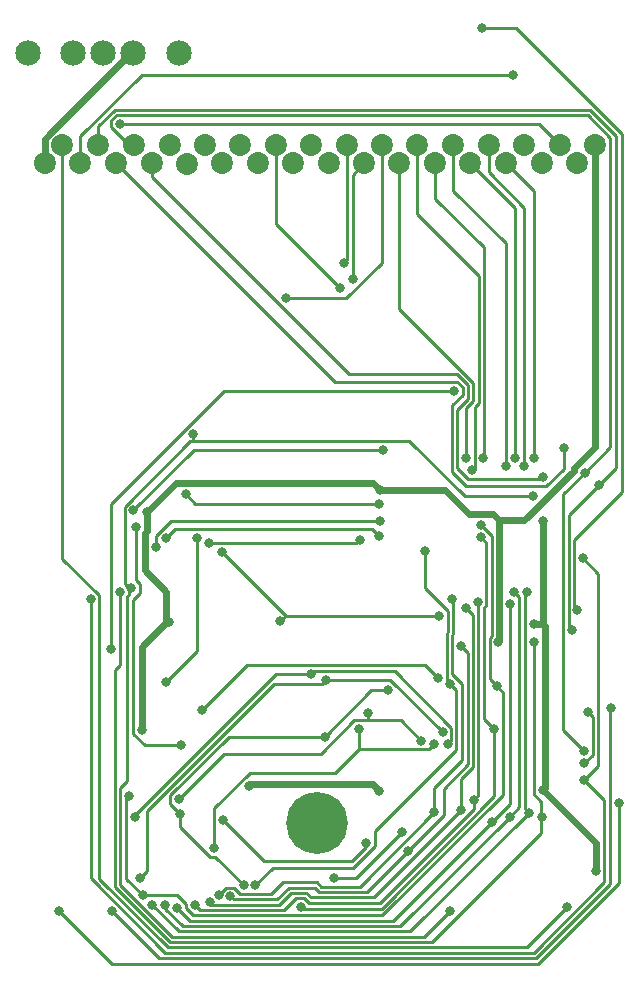
<source format=gbr>
%TF.GenerationSoftware,KiCad,Pcbnew,(6.0.2)*%
%TF.CreationDate,2022-09-16T18:12:16-05:00*%
%TF.ProjectId,REF1347,52454631-3334-4372-9e6b-696361645f70,rev?*%
%TF.SameCoordinates,Original*%
%TF.FileFunction,Copper,L2,Bot*%
%TF.FilePolarity,Positive*%
%FSLAX46Y46*%
G04 Gerber Fmt 4.6, Leading zero omitted, Abs format (unit mm)*
G04 Created by KiCad (PCBNEW (6.0.2)) date 2022-09-16 18:12:16*
%MOMM*%
%LPD*%
G01*
G04 APERTURE LIST*
%TA.AperFunction,ComponentPad*%
%ADD10C,5.240000*%
%TD*%
%TA.AperFunction,ComponentPad*%
%ADD11C,1.860000*%
%TD*%
%TA.AperFunction,ComponentPad*%
%ADD12C,2.140000*%
%TD*%
%TA.AperFunction,ViaPad*%
%ADD13C,0.800000*%
%TD*%
%TA.AperFunction,Conductor*%
%ADD14C,0.600000*%
%TD*%
%TA.AperFunction,Conductor*%
%ADD15C,0.250000*%
%TD*%
G04 APERTURE END LIST*
D10*
%TO.P,REF\u002A\u002A,1*%
%TO.N,N/C*%
X149429000Y-131234000D03*
%TD*%
D11*
%TO.P,J2,1,+5V*%
%TO.N,/VCC*%
X173045000Y-73768000D03*
%TO.P,J2,2,Clock*%
%TO.N,/Clk*%
X171498500Y-75276000D03*
%TO.P,J2,3,Write*%
%TO.N,/Wr_Game*%
X170030100Y-73767900D03*
%TO.P,J2,4,Read*%
%TO.N,/Rd_Game*%
X168482000Y-75274000D03*
%TO.P,J2,5,CS*%
%TO.N,/CS*%
X167012000Y-73768000D03*
%TO.P,J2,6,A0*%
%TO.N,/A0*%
X165466000Y-75276000D03*
%TO.P,J2,7,A1*%
%TO.N,/A1*%
X163997600Y-73767900D03*
%TO.P,J2,8,A2*%
%TO.N,/A2*%
X162448000Y-75275000D03*
%TO.P,J2,9,A3*%
%TO.N,/A3*%
X161022000Y-73769000D03*
%TO.P,J2,10,A4*%
%TO.N,/A4*%
X159473200Y-75276000D03*
%TO.P,J2,11,A5*%
%TO.N,/A5*%
X157965100Y-73767900D03*
%TO.P,J2,12,A6*%
%TO.N,/A6*%
X156413000Y-75276000D03*
%TO.P,J2,13,A7*%
%TO.N,/A7*%
X154948800Y-73767900D03*
%TO.P,J2,14,A8*%
%TO.N,/A8*%
X153450000Y-75352000D03*
%TO.P,J2,15,A9*%
%TO.N,/A9*%
X152013000Y-73767000D03*
%TO.P,J2,16,A10*%
%TO.N,/A10*%
X150462000Y-75277000D03*
%TO.P,J2,17,A11*%
%TO.N,/A11*%
X148992000Y-73768000D03*
%TO.P,J2,18,A12*%
%TO.N,/A12*%
X147447000Y-75275000D03*
%TO.P,J2,19,A13*%
%TO.N,/A13*%
X145978000Y-73769000D03*
%TO.P,J2,20,A14*%
%TO.N,/A14*%
X144430000Y-75277000D03*
%TO.P,J2,21,A15*%
%TO.N,/A15_Game*%
X142962000Y-73767000D03*
%TO.P,J2,22,Data_0*%
%TO.N,/D0*%
X141417000Y-75275000D03*
%TO.P,J2,23,Data_1*%
%TO.N,/D1*%
X139984000Y-73766000D03*
%TO.P,J2,24,Data_2*%
%TO.N,/D2*%
X138481000Y-75361000D03*
%TO.P,J2,25,Data_3*%
%TO.N,/D3*%
X137049000Y-73771000D03*
%TO.P,J2,26,Data_4*%
%TO.N,/D4*%
X135498000Y-75274000D03*
%TO.P,J2,27,Data_5*%
%TO.N,/D5*%
X133953000Y-73769000D03*
%TO.P,J2,28,Data_6*%
%TO.N,/D6*%
X132446000Y-75276000D03*
%TO.P,J2,29,Data_7*%
%TO.N,/D7*%
X130939000Y-73769000D03*
%TO.P,J2,30,Reset*%
%TO.N,/Reset*%
X129432000Y-75284000D03*
%TO.P,J2,31,Audio*%
%TO.N,/Audio*%
X127917000Y-73769000D03*
%TO.P,J2,32,GND*%
%TO.N,/GND*%
X126413500Y-75276000D03*
%TD*%
D12*
%TO.P,J3,1,A*%
%TO.N,unconnected-(J3-Pad1)*%
X128824000Y-65999000D03*
%TO.P,J3,2,B*%
%TO.N,/I_13*%
X131368000Y-66000000D03*
%TO.P,J3,3,C*%
%TO.N,/GND*%
X133909000Y-65998000D03*
%TO.P,J3,4*%
%TO.N,N/C*%
X124984000Y-66008000D03*
%TO.P,J3,5*%
X137756000Y-66005000D03*
%TD*%
D13*
%TO.N,/GND*%
X167818500Y-114303600D03*
X154732400Y-128472700D03*
X168595200Y-105651200D03*
X143685400Y-128096400D03*
X173057900Y-135275700D03*
X168574300Y-128417900D03*
%TO.N,/O4*%
X154754300Y-104150800D03*
X138337600Y-103349900D03*
%TO.N,/O2*%
X154788200Y-105580900D03*
X135823800Y-107791000D03*
%TO.N,/O1*%
X136691400Y-107047200D03*
X154751500Y-106930900D03*
%TO.N,/A12*%
X156676800Y-131921700D03*
X150901400Y-135848400D03*
%TO.N,/A7*%
X146803500Y-86744900D03*
X150112300Y-123873700D03*
X137886100Y-130428800D03*
X155500800Y-119951600D03*
X143253000Y-136460700D03*
%TO.N,/A6*%
X162106400Y-100264500D03*
X157164200Y-133520700D03*
X142134200Y-137393600D03*
X161655300Y-116197800D03*
%TO.N,/A5*%
X141133800Y-137260300D03*
X160869300Y-112205600D03*
X159379700Y-130275700D03*
X162608000Y-101333200D03*
%TO.N,/A4*%
X140370000Y-137911300D03*
X163557100Y-100278000D03*
X161628700Y-130100500D03*
X162103100Y-112979500D03*
%TO.N,/A3*%
X162722900Y-129235800D03*
X139163900Y-138150500D03*
X163090700Y-112476600D03*
X165458100Y-100933500D03*
%TO.N,/A2*%
X165800900Y-112680500D03*
X137647100Y-138411000D03*
X164309000Y-131074600D03*
X166253400Y-100260800D03*
%TO.N,/A1*%
X166129000Y-111645800D03*
X167005600Y-100957800D03*
X165779100Y-130642000D03*
X136595300Y-138150500D03*
%TO.N,/A0*%
X167409300Y-130333800D03*
X167256000Y-111666800D03*
X135518100Y-138099000D03*
X167837000Y-100258900D03*
%TO.N,/D0*%
X146357100Y-114104500D03*
X141417000Y-108256900D03*
X159827500Y-113651000D03*
%TO.N,/D1*%
X168555900Y-130658200D03*
X167803900Y-115847100D03*
X132745500Y-111651800D03*
%TO.N,/D2*%
X133746000Y-111271100D03*
X138992300Y-98279200D03*
X160691000Y-138654600D03*
X167748600Y-103521200D03*
%TO.N,/D3*%
X171955500Y-108780200D03*
X130311100Y-112238000D03*
X172091600Y-127537300D03*
%TO.N,/D4*%
X172404100Y-121801800D03*
X168592500Y-101879200D03*
X172102500Y-126140500D03*
%TO.N,/D5*%
X172119800Y-101519200D03*
X172086000Y-125076600D03*
%TO.N,/D6*%
X170350000Y-99450100D03*
%TO.N,/D7*%
X171024100Y-114814200D03*
X173355100Y-102541800D03*
%TO.N,/CE_SST*%
X132018100Y-116502000D03*
X161072900Y-94606700D03*
%TO.N,/A10*%
X164475300Y-123230200D03*
X148082300Y-138294200D03*
X163351100Y-106996100D03*
%TO.N,/Rd_Sys*%
X163336700Y-105948400D03*
X164693000Y-119613300D03*
X133550400Y-128941700D03*
X134717300Y-137329700D03*
%TO.N,/A11*%
X160547900Y-124479700D03*
X134054100Y-130647700D03*
X148992000Y-118542700D03*
%TO.N,/A9*%
X150261600Y-119097900D03*
X160097600Y-123507500D03*
X151745700Y-83813000D03*
X134515200Y-135856000D03*
%TO.N,/A8*%
X144253400Y-136425200D03*
X152476000Y-85127500D03*
X160729000Y-119424500D03*
X158605500Y-108133300D03*
%TO.N,/A13*%
X159353500Y-124498500D03*
X152979700Y-123221400D03*
X140712200Y-133295800D03*
X151445200Y-85906000D03*
%TO.N,/O0*%
X155020200Y-99582000D03*
X133913000Y-104700100D03*
%TO.N,/O3*%
X140304700Y-107523400D03*
X153090400Y-107217100D03*
%TO.N,/Wr_Sys*%
X137759800Y-129177700D03*
X158289200Y-124215200D03*
X153748400Y-121867000D03*
%TO.N,/VCC*%
X154793400Y-103028300D03*
X136946500Y-114190000D03*
X164810800Y-115873600D03*
X134625700Y-123304900D03*
X135072700Y-104896600D03*
%TO.N,/CE_Atmel*%
X159737600Y-118903900D03*
X139731000Y-121619600D03*
%TO.N,/Atmel_A14*%
X171508000Y-113198500D03*
X163475000Y-63922200D03*
%TO.N,/A15*%
X141526900Y-130967000D03*
X153609400Y-132850400D03*
%TO.N,/O6*%
X137947000Y-124623200D03*
X134151300Y-106120600D03*
%TO.N,/LE*%
X139289400Y-107065200D03*
X136672000Y-119221700D03*
%TO.N,/Wr_Game*%
X132823800Y-71970200D03*
%TO.N,/Clk*%
X175006800Y-129520900D03*
X127598000Y-138639800D03*
%TO.N,/CS*%
X174395500Y-121422800D03*
X132078200Y-138652800D03*
%TO.N,/Reset*%
X166053000Y-67843800D03*
%TO.N,/Audio*%
X170611200Y-138341400D03*
%TD*%
D14*
%TO.N,/GND*%
X143685400Y-128096400D02*
X143857000Y-127924800D01*
X168595200Y-114245000D02*
X168536600Y-114303600D01*
X173057900Y-132901500D02*
X173057900Y-135275700D01*
X168574300Y-128417900D02*
X168736700Y-128255500D01*
X168536600Y-114303600D02*
X167818500Y-114303600D01*
X143857000Y-127924800D02*
X154184500Y-127924800D01*
X168574300Y-128417900D02*
X173057900Y-132901500D01*
X126413500Y-73246500D02*
X133662000Y-65998000D01*
X168736700Y-114503700D02*
X168536600Y-114303600D01*
X154184500Y-127924800D02*
X154732400Y-128472700D01*
X168595200Y-105651200D02*
X168595200Y-114245000D01*
X126413500Y-75276000D02*
X126413500Y-73246500D01*
X133662000Y-65998000D02*
X133909000Y-65998000D01*
X168736700Y-128255500D02*
X168736700Y-114503700D01*
D15*
%TO.N,/O4*%
X139138500Y-104150800D02*
X138337600Y-103349900D01*
X154754300Y-104150800D02*
X139138500Y-104150800D01*
%TO.N,/O2*%
X137096700Y-105580900D02*
X154788200Y-105580900D01*
X135823800Y-107791000D02*
X135823800Y-106853800D01*
X135823800Y-106853800D02*
X137096700Y-105580900D01*
%TO.N,/O1*%
X154751500Y-106930900D02*
X154118900Y-106298300D01*
X137440300Y-106298300D02*
X136691400Y-107047200D01*
X154118900Y-106298300D02*
X137440300Y-106298300D01*
%TO.N,/A12*%
X156676800Y-131921700D02*
X152750100Y-135848400D01*
X152750100Y-135848400D02*
X150901400Y-135848400D01*
%TO.N,/A7*%
X140434300Y-134058000D02*
X137886100Y-131509800D01*
X154034400Y-119951600D02*
X150112300Y-123873700D01*
X137886100Y-131509800D02*
X137886100Y-130428800D01*
X143253000Y-136460700D02*
X140850300Y-134058000D01*
X137034500Y-128851400D02*
X137034500Y-129577200D01*
X154948800Y-83740400D02*
X151944300Y-86744900D01*
X142012200Y-123873700D02*
X137034500Y-128851400D01*
X150112300Y-123873700D02*
X142012200Y-123873700D01*
X137034500Y-129577200D02*
X137886100Y-130428800D01*
X154948800Y-73767900D02*
X154948800Y-83740400D01*
X151944300Y-86744900D02*
X146803500Y-86744900D01*
X155500800Y-119951600D02*
X154034400Y-119951600D01*
X140850300Y-134058000D02*
X140434300Y-134058000D01*
%TO.N,/A6*%
X161655300Y-116197800D02*
X162225800Y-116768300D01*
X156413000Y-87647200D02*
X162698800Y-93933000D01*
X162225800Y-126236800D02*
X160188200Y-128274400D01*
X146096300Y-137668700D02*
X142409300Y-137668700D01*
X142409300Y-137668700D02*
X142134200Y-137393600D01*
X162225800Y-116768300D02*
X162225800Y-126236800D01*
X153660800Y-137024100D02*
X149655900Y-137024100D01*
X147096700Y-136668300D02*
X146096300Y-137668700D01*
X160188200Y-128274400D02*
X160188200Y-130496700D01*
X149655900Y-137024100D02*
X149300100Y-136668300D01*
X160188200Y-130496700D02*
X157164200Y-133520700D01*
X162698800Y-93933000D02*
X162698800Y-95480200D01*
X162698800Y-95480200D02*
X162106400Y-96072600D01*
X157164200Y-133520700D02*
X153660800Y-137024100D01*
X156413000Y-75276000D02*
X156413000Y-87647200D01*
X149300100Y-136668300D02*
X147096700Y-136668300D01*
X162106400Y-96072600D02*
X162106400Y-100264500D01*
%TO.N,/A5*%
X142984800Y-137218400D02*
X145596600Y-137218400D01*
X149842500Y-136573800D02*
X153081600Y-136573800D01*
X162608000Y-101333200D02*
X162831700Y-101109500D01*
X160930000Y-115272300D02*
X161010100Y-115192200D01*
X141725800Y-136668300D02*
X142434700Y-136668300D01*
X141133800Y-137260300D02*
X141725800Y-136668300D01*
X161010100Y-112346400D02*
X160869300Y-112205600D01*
X142434700Y-136668300D02*
X142984800Y-137218400D01*
X146597000Y-136218000D02*
X149486700Y-136218000D01*
X149486700Y-136218000D02*
X149842500Y-136573800D01*
X161723600Y-119393000D02*
X160930000Y-118599400D01*
X162831700Y-101109500D02*
X162831700Y-95984200D01*
X157965100Y-79664800D02*
X157965100Y-73767900D01*
X163149100Y-95666800D02*
X163149100Y-84848800D01*
X159379700Y-130275700D02*
X159379700Y-128229400D01*
X159379700Y-128229400D02*
X161723600Y-125885500D01*
X162831700Y-95984200D02*
X163149100Y-95666800D01*
X153081600Y-136573800D02*
X159379700Y-130275700D01*
X160930000Y-118599400D02*
X160930000Y-115272300D01*
X161723600Y-125885500D02*
X161723600Y-119393000D01*
X161010100Y-115192200D02*
X161010100Y-112346400D01*
X145596600Y-137218400D02*
X146597000Y-136218000D01*
X163149100Y-84848800D02*
X157965100Y-79664800D01*
%TO.N,/A4*%
X140577700Y-138119000D02*
X146289700Y-138119000D01*
X154254800Y-137474400D02*
X161628700Y-130100500D01*
X148925200Y-137474400D02*
X154254800Y-137474400D01*
X163599400Y-100235700D02*
X163557100Y-100278000D01*
X148569400Y-137118600D02*
X148925200Y-137474400D01*
X162686700Y-113563100D02*
X162686700Y-126412800D01*
X162103100Y-112979500D02*
X162686700Y-113563100D01*
X159473200Y-78338300D02*
X163599400Y-82464500D01*
X159473200Y-75276000D02*
X159473200Y-78338300D01*
X162686700Y-126412800D02*
X161628700Y-127470800D01*
X161628700Y-127470800D02*
X161628700Y-130100500D01*
X140370000Y-137911300D02*
X140577700Y-138119000D01*
X163599400Y-82464500D02*
X163599400Y-100235700D01*
X147290100Y-137118600D02*
X148569400Y-137118600D01*
X146289700Y-138119000D02*
X147290100Y-137118600D01*
%TO.N,/A3*%
X154787200Y-137967800D02*
X148781700Y-137967800D01*
X148382800Y-137568900D02*
X147701600Y-137568900D01*
X163137100Y-128821600D02*
X162722900Y-129235800D01*
X139582700Y-138569300D02*
X139163900Y-138150500D01*
X163137100Y-112523000D02*
X163137100Y-128821600D01*
X162722900Y-129235800D02*
X162722900Y-130032100D01*
X161022000Y-77689400D02*
X165458100Y-82125500D01*
X161022000Y-73769000D02*
X161022000Y-77689400D01*
X147701600Y-137568900D02*
X146701200Y-138569300D01*
X148781700Y-137967800D02*
X148382800Y-137568900D01*
X162722900Y-130032100D02*
X154787200Y-137967800D01*
X146701200Y-138569300D02*
X139582700Y-138569300D01*
X163090700Y-112476600D02*
X163137100Y-112523000D01*
X165458100Y-82125500D02*
X165458100Y-100933500D01*
%TO.N,/A2*%
X164309000Y-131074600D02*
X165800900Y-129582700D01*
X155913700Y-139469900D02*
X138706000Y-139469900D01*
X162448000Y-75275000D02*
X166253400Y-79080400D01*
X166253400Y-79080400D02*
X166253400Y-100260800D01*
X165800900Y-129582700D02*
X165800900Y-112680500D01*
X138706000Y-139469900D02*
X137647100Y-138411000D01*
X164309000Y-131074600D02*
X155913700Y-139469900D01*
%TO.N,/A1*%
X167005600Y-100957800D02*
X167005600Y-79118600D01*
X163997600Y-76110600D02*
X163997600Y-73767900D01*
X138077900Y-139920200D02*
X136595300Y-138437600D01*
X156500900Y-139920200D02*
X138077900Y-139920200D01*
X165779100Y-130642000D02*
X156500900Y-139920200D01*
X166561400Y-112078200D02*
X166129000Y-111645800D01*
X166561400Y-129859700D02*
X166561400Y-112078200D01*
X167005600Y-79118600D02*
X163997600Y-76110600D01*
X165779100Y-130642000D02*
X166561400Y-129859700D01*
X136595300Y-138437600D02*
X136595300Y-138150500D01*
%TO.N,/A0*%
X167837000Y-77647000D02*
X167837000Y-100258900D01*
X137789600Y-140370500D02*
X135518100Y-138099000D01*
X167409300Y-130333800D02*
X167046100Y-129970600D01*
X167046100Y-129970600D02*
X167046100Y-111876700D01*
X167046100Y-111876700D02*
X167256000Y-111666800D01*
X157372600Y-140370500D02*
X137789600Y-140370500D01*
X167409300Y-130333800D02*
X157372600Y-140370500D01*
X165466000Y-75276000D02*
X167837000Y-77647000D01*
%TO.N,/D0*%
X146810600Y-113651000D02*
X146810600Y-113650500D01*
X159827500Y-113651000D02*
X146810600Y-113651000D01*
X146810600Y-113651000D02*
X146357100Y-114104500D01*
X146810600Y-113650500D02*
X141417000Y-108256900D01*
%TO.N,/D1*%
X168437400Y-129377000D02*
X168437400Y-130658200D01*
X132373500Y-136648500D02*
X132373500Y-118225700D01*
X168437400Y-130658200D02*
X168437400Y-132006800D01*
X159173100Y-141271100D02*
X136996100Y-141271100D01*
X168437400Y-132006800D02*
X159173100Y-141271100D01*
X168437400Y-130658200D02*
X168555900Y-130658200D01*
X132745500Y-117853700D02*
X132745500Y-111651800D01*
X167803900Y-128743500D02*
X168437400Y-129377000D01*
X132373500Y-118225700D02*
X132745500Y-117853700D01*
X167803900Y-115847100D02*
X167803900Y-128743500D01*
X136996100Y-141271100D02*
X132373500Y-136648500D01*
%TO.N,/D2*%
X158524800Y-140820800D02*
X137182700Y-140820800D01*
X161960100Y-103521200D02*
X157288700Y-98849800D01*
X133187700Y-110923700D02*
X133535100Y-111271100D01*
X157288700Y-98849800D02*
X138992300Y-98849800D01*
X133187700Y-104399700D02*
X133187700Y-110923700D01*
X133411600Y-127627100D02*
X133411600Y-112011600D01*
X138992300Y-98849800D02*
X138737600Y-98849800D01*
X133535100Y-111271100D02*
X133746000Y-111271100D01*
X167748600Y-103521200D02*
X161960100Y-103521200D01*
X132825100Y-136463200D02*
X132825100Y-128213600D01*
X138992300Y-98849800D02*
X138992300Y-98279200D01*
X137182700Y-140820800D02*
X132825100Y-136463200D01*
X160691000Y-138654600D02*
X158524800Y-140820800D01*
X138737600Y-98849800D02*
X133187700Y-104399700D01*
X132825100Y-128213600D02*
X133411600Y-127627100D01*
X133535100Y-111888100D02*
X133535100Y-111271100D01*
X133411600Y-112011600D02*
X133535100Y-111888100D01*
%TO.N,/D3*%
X173790100Y-136206200D02*
X167824600Y-142171700D01*
X130311100Y-135859900D02*
X130311100Y-112238000D01*
X136622900Y-142171700D02*
X130311100Y-135859900D01*
X172091600Y-127537300D02*
X173790100Y-129235800D01*
X173262100Y-110086800D02*
X173262100Y-126366800D01*
X171955500Y-108780200D02*
X173262100Y-110086800D01*
X167824600Y-142171700D02*
X136622900Y-142171700D01*
X173790100Y-129235800D02*
X173790100Y-136206200D01*
X173262100Y-126366800D02*
X172091600Y-127537300D01*
%TO.N,/D4*%
X162248500Y-94119600D02*
X161335200Y-93206300D01*
X162248500Y-95293600D02*
X162248500Y-94119600D01*
X172811300Y-125431700D02*
X172811300Y-122209000D01*
X135498000Y-76531800D02*
X135498000Y-75274000D01*
X161355600Y-96186500D02*
X162248500Y-95293600D01*
X161335200Y-93206300D02*
X152172500Y-93206300D01*
X161355600Y-101176500D02*
X161355600Y-96186500D01*
X152172500Y-93206300D02*
X135498000Y-76531800D01*
X172811300Y-122209000D02*
X172404100Y-121801800D01*
X172102500Y-126140500D02*
X172811300Y-125431700D01*
X162253100Y-102074000D02*
X161355600Y-101176500D01*
X168397700Y-102074000D02*
X162253100Y-102074000D01*
X168592500Y-101879200D02*
X168397700Y-102074000D01*
%TO.N,/D5*%
X132057100Y-71711000D02*
X132057100Y-72242500D01*
X170293100Y-103345900D02*
X172119800Y-101519200D01*
X170293100Y-123283700D02*
X170293100Y-103345900D01*
X172374900Y-71244800D02*
X132523300Y-71244800D01*
X133583600Y-73769000D02*
X133953000Y-73769000D01*
X132057100Y-72242500D02*
X133583600Y-73769000D01*
X174300700Y-73170600D02*
X172374900Y-71244800D01*
X172119800Y-101519200D02*
X174300700Y-99338300D01*
X132523300Y-71244800D02*
X132057100Y-71711000D01*
X172086000Y-125076600D02*
X170293100Y-123283700D01*
X174300700Y-99338300D02*
X174300700Y-73170600D01*
%TO.N,/D6*%
X161307600Y-93815600D02*
X161798200Y-94306200D01*
X168894300Y-102637000D02*
X170350000Y-101181300D01*
X160905200Y-101445500D02*
X162096700Y-102637000D01*
X161798200Y-94306200D02*
X161798200Y-94913200D01*
X132446000Y-75276000D02*
X150985600Y-93815600D01*
X160905200Y-95806200D02*
X160905200Y-101445500D01*
X161798200Y-94913200D02*
X160905200Y-95806200D01*
X150985600Y-93815600D02*
X161307600Y-93815600D01*
X162096700Y-102637000D02*
X168894300Y-102637000D01*
X170350000Y-101181300D02*
X170350000Y-99450100D01*
%TO.N,/D7*%
X173355100Y-102541800D02*
X170779900Y-105117000D01*
X170779900Y-105117000D02*
X170779900Y-114570000D01*
X174751000Y-72984000D02*
X174751000Y-101145900D01*
X132336700Y-70794500D02*
X172561500Y-70794500D01*
X170779900Y-114570000D02*
X171024100Y-114814200D01*
X174751000Y-101145900D02*
X173355100Y-102541800D01*
X172561500Y-70794500D02*
X174751000Y-72984000D01*
X130939000Y-72192200D02*
X132336700Y-70794500D01*
X130939000Y-73769000D02*
X130939000Y-72192200D01*
%TO.N,/CE_SST*%
X161072900Y-94606700D02*
X141554900Y-94606700D01*
X141554900Y-94606700D02*
X132018100Y-104143500D01*
X132018100Y-104143500D02*
X132018100Y-116502000D01*
%TO.N,/A10*%
X148219900Y-138431800D02*
X148082300Y-138294200D01*
X164475300Y-123230200D02*
X164475300Y-128916600D01*
X163816000Y-107461000D02*
X163351100Y-106996100D01*
X154960100Y-138431800D02*
X148219900Y-138431800D01*
X163816000Y-112777100D02*
X163816000Y-107461000D01*
X163635000Y-112958100D02*
X163816000Y-112777100D01*
X164475300Y-123230200D02*
X163635000Y-122389900D01*
X164475300Y-128916600D02*
X154960100Y-138431800D01*
X163635000Y-122389900D02*
X163635000Y-112958100D01*
%TO.N,/Rd_Sys*%
X134727500Y-137319500D02*
X134717300Y-137329700D01*
X164085400Y-115509700D02*
X164266300Y-115328800D01*
X165229200Y-120149500D02*
X165229200Y-128799600D01*
X133550400Y-128941700D02*
X133328800Y-129163300D01*
X164266300Y-115328800D02*
X164266300Y-106878000D01*
X138372400Y-138057300D02*
X137634600Y-137319500D01*
X165229200Y-128799600D02*
X155009200Y-139019600D01*
X155009200Y-139019600D02*
X138976700Y-139019600D01*
X164693000Y-119613300D02*
X164085400Y-119005700D01*
X137634600Y-137319500D02*
X134727500Y-137319500D01*
X164085400Y-119005700D02*
X164085400Y-115509700D01*
X133328800Y-135920800D02*
X134727500Y-137319500D01*
X164266300Y-106878000D02*
X163336700Y-105948400D01*
X138976700Y-139019600D02*
X138372400Y-138415300D01*
X133328800Y-129163300D02*
X133328800Y-135920800D01*
X138372400Y-138415300D02*
X138372400Y-138057300D01*
X164693000Y-119613300D02*
X165229200Y-120149500D01*
%TO.N,/A11*%
X146008300Y-118542700D02*
X148992000Y-118542700D01*
X149174200Y-118360500D02*
X148992000Y-118542700D01*
X134054100Y-130647700D02*
X134054100Y-130496900D01*
X160823000Y-124204600D02*
X160823000Y-123142100D01*
X160547900Y-124479700D02*
X160823000Y-124204600D01*
X134054100Y-130496900D02*
X146008300Y-118542700D01*
X156041400Y-118360500D02*
X149174200Y-118360500D01*
X160823000Y-123142100D02*
X156041400Y-118360500D01*
%TO.N,/A9*%
X145794500Y-119443300D02*
X149916200Y-119443300D01*
X135092700Y-130145100D02*
X145794500Y-119443300D01*
X134515200Y-135856000D02*
X135092700Y-135278500D01*
X152013000Y-73767000D02*
X152013000Y-83545700D01*
X149916200Y-119443300D02*
X150261600Y-119097900D01*
X152013000Y-83545700D02*
X151745700Y-83813000D01*
X155688000Y-119097900D02*
X150261600Y-119097900D01*
X135092700Y-135278500D02*
X135092700Y-130145100D01*
X160097600Y-123507500D02*
X155688000Y-119097900D01*
%TO.N,/A8*%
X154392000Y-133108400D02*
X152527300Y-134973100D01*
X160729000Y-119424500D02*
X161273300Y-119968800D01*
X160556000Y-113227500D02*
X158605500Y-111277000D01*
X161273300Y-119968800D02*
X161273300Y-125019200D01*
X160729000Y-119424500D02*
X160474600Y-119170100D01*
X154392000Y-131900500D02*
X154392000Y-133108400D01*
X145705500Y-134973100D02*
X144253400Y-136425200D01*
X160474600Y-119170100D02*
X160474600Y-115090800D01*
X161273300Y-125019200D02*
X154392000Y-131900500D01*
X158605500Y-111277000D02*
X158605500Y-108133300D01*
X152476000Y-76326000D02*
X153450000Y-75352000D01*
X152476000Y-85127500D02*
X152476000Y-76326000D01*
X152527300Y-134973100D02*
X145705500Y-134973100D01*
X160556000Y-115009400D02*
X160556000Y-113227500D01*
X160474600Y-115090800D02*
X160556000Y-115009400D01*
%TO.N,/A13*%
X152979700Y-123221400D02*
X152979700Y-124900800D01*
X143753100Y-126920800D02*
X150959700Y-126920800D01*
X153019400Y-124940500D02*
X158911500Y-124940500D01*
X151445200Y-85906000D02*
X145978000Y-80438800D01*
X145978000Y-80438800D02*
X145978000Y-73769000D01*
X158911500Y-124940500D02*
X159353500Y-124498500D01*
X150959700Y-126920800D02*
X152979700Y-124900800D01*
X140712200Y-133295800D02*
X140712200Y-129961700D01*
X152979700Y-124900800D02*
X153019400Y-124940500D01*
X140712200Y-129961700D02*
X143753100Y-126920800D01*
%TO.N,/O0*%
X139031100Y-99582000D02*
X155020200Y-99582000D01*
X133913000Y-104700100D02*
X139031100Y-99582000D01*
%TO.N,/O3*%
X153090400Y-107217100D02*
X152784100Y-107523400D01*
X152784100Y-107523400D02*
X140304700Y-107523400D01*
%TO.N,/Wr_Sys*%
X153748400Y-122496100D02*
X156570100Y-122496100D01*
X152628300Y-122496100D02*
X149770500Y-125353900D01*
X156570100Y-122496100D02*
X158289200Y-124215200D01*
X141583600Y-125353900D02*
X137759800Y-129177700D01*
X153748400Y-122496100D02*
X152628300Y-122496100D01*
X149770500Y-125353900D02*
X141583600Y-125353900D01*
X153748400Y-121867000D02*
X153748400Y-122496100D01*
D14*
%TO.N,/VCC*%
X171219500Y-101358500D02*
X166998900Y-105579100D01*
X173045000Y-99320800D02*
X171219500Y-101146300D01*
X166998900Y-105579100D02*
X164900600Y-105579100D01*
X136713300Y-111613600D02*
X134904200Y-109804500D01*
X137538900Y-102430400D02*
X154195500Y-102430400D01*
X134904200Y-109804500D02*
X134904200Y-106676500D01*
X164900600Y-105579100D02*
X164343200Y-105021700D01*
X164343200Y-105021700D02*
X162336300Y-105021700D01*
X162336300Y-105021700D02*
X160342900Y-103028300D01*
X135072700Y-106508000D02*
X135072700Y-104896600D01*
X134904200Y-106676500D02*
X135072700Y-106508000D01*
X164900600Y-115783800D02*
X164810800Y-115873600D01*
X160342900Y-103028300D02*
X154793400Y-103028300D01*
X134625700Y-116277600D02*
X136713300Y-114190000D01*
X164900600Y-105579100D02*
X164900600Y-115783800D01*
X154195500Y-102430400D02*
X154793400Y-103028300D01*
X173045000Y-73768000D02*
X173045000Y-99320800D01*
X136713300Y-114190000D02*
X136946500Y-114190000D01*
X134625700Y-123304900D02*
X134625700Y-116277600D01*
X171219500Y-101146300D02*
X171219500Y-101358500D01*
X135072700Y-104896600D02*
X137538900Y-102430400D01*
X136713300Y-114190000D02*
X136713300Y-111613600D01*
D15*
%TO.N,/CE_Atmel*%
X158649700Y-117816000D02*
X159737600Y-118903900D01*
X143534600Y-117816000D02*
X158649700Y-117816000D01*
X139731000Y-121619600D02*
X143534600Y-117816000D01*
%TO.N,/Atmel_A14*%
X175257600Y-72838100D02*
X175257600Y-103204100D01*
X171230200Y-107231500D02*
X171230200Y-112920700D01*
X175257600Y-103204100D02*
X171230200Y-107231500D01*
X171230200Y-112920700D02*
X171508000Y-113198500D01*
X166341700Y-63922200D02*
X175257600Y-72838100D01*
X163475000Y-63922200D02*
X166341700Y-63922200D01*
%TO.N,/A15*%
X153609400Y-132850400D02*
X153609400Y-133254100D01*
X153609400Y-133254100D02*
X152424800Y-134438700D01*
X152424800Y-134438700D02*
X144998600Y-134438700D01*
X144998600Y-134438700D02*
X141526900Y-130967000D01*
%TO.N,/O6*%
X134151300Y-110650600D02*
X134151300Y-106120600D01*
X133900300Y-123645900D02*
X133900300Y-112327500D01*
X133900300Y-112327500D02*
X134471300Y-111756500D01*
X137947000Y-124623200D02*
X134877600Y-124623200D01*
X134471300Y-111756500D02*
X134471300Y-110970600D01*
X134877600Y-124623200D02*
X133900300Y-123645900D01*
X134471300Y-110970600D02*
X134151300Y-110650600D01*
%TO.N,/LE*%
X139289400Y-116604300D02*
X136672000Y-119221700D01*
X139289400Y-107065200D02*
X139289400Y-116604300D01*
%TO.N,/Wr_Game*%
X170030100Y-73767900D02*
X168232400Y-71970200D01*
X168232400Y-71970200D02*
X132823800Y-71970200D01*
%TO.N,/Clk*%
X175006800Y-129520900D02*
X175006800Y-136263300D01*
X168142100Y-143128000D02*
X132086200Y-143128000D01*
X175006800Y-136263300D02*
X168142100Y-143128000D01*
X132086200Y-143128000D02*
X127598000Y-138639800D01*
%TO.N,/CS*%
X136085900Y-142660500D02*
X132078200Y-138652800D01*
X167972700Y-142660500D02*
X136085900Y-142660500D01*
X174395500Y-121422800D02*
X174254200Y-121564100D01*
X174254200Y-136379000D02*
X167972700Y-142660500D01*
X174254200Y-121564100D02*
X174254200Y-136379000D01*
%TO.N,/Reset*%
X134646800Y-67843800D02*
X166053000Y-67843800D01*
X129432000Y-73058600D02*
X134646800Y-67843800D01*
X129432000Y-75284000D02*
X129432000Y-73058600D01*
%TO.N,/Audio*%
X131036500Y-135948400D02*
X131036500Y-111924300D01*
X170611200Y-138341400D02*
X167231200Y-141721400D01*
X136809500Y-141721400D02*
X131036500Y-135948400D01*
X127917000Y-108804800D02*
X127917000Y-73769000D01*
X131036500Y-111924300D02*
X127917000Y-108804800D01*
X167231200Y-141721400D02*
X136809500Y-141721400D01*
%TD*%
M02*

</source>
